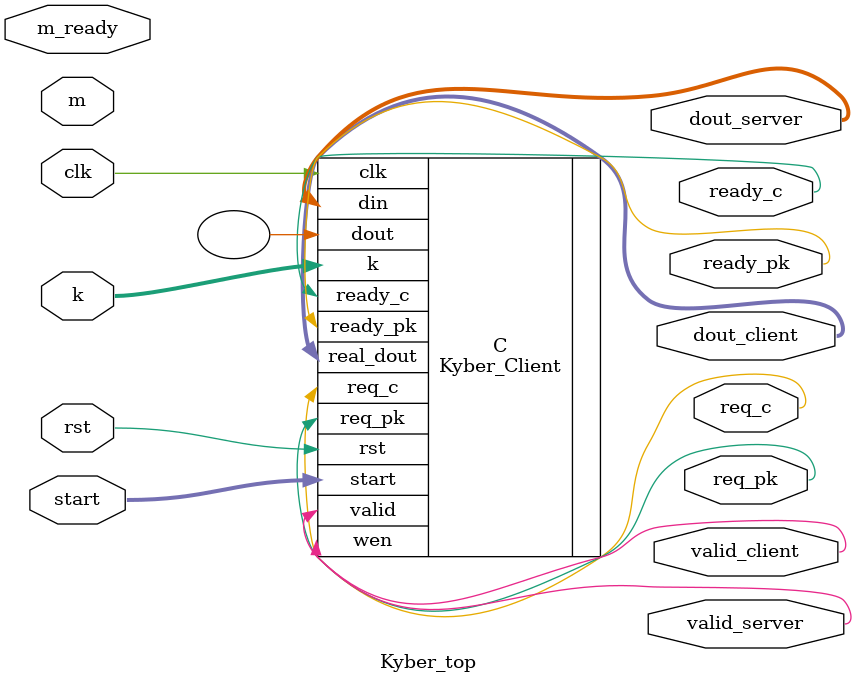
<source format=v>
`timescale 1ns / 1ps
module Kyber_top(
    input         clk, rst, 
    input [1:0] start,
    input  [2:0]  k,
    output        ready_pk, ready_c,
    output        req_pk, req_c,
    output        valid_server, valid_client,
    output [31:0] dout_server, dout_client,
    input  [31:0] m,
    input         m_ready
);
/*
Kyber_Server S(
.clk(clk),
.rst(rst),
.start(start),
.wen(valid_client),
.k(k),
.din(dout_client),
.ready_pk(ready_pk),
.ready_c(ready_c),
.req_pk(req_pk),
.req_c(req_c),
.valid(valid_server),
.dout(dout_server)
);
*/
Kyber_Client C(
.clk(clk),
.rst(rst),
.start(start),
.wen(valid_server),
.k(k),
.din(dout_server),
.ready_pk(ready_pk),
.ready_c(ready_c),
.req_pk(req_pk),
.req_c(req_c),
.valid(valid_client),
.dout(),
.real_dout(dout_client)
);

endmodule
</source>
